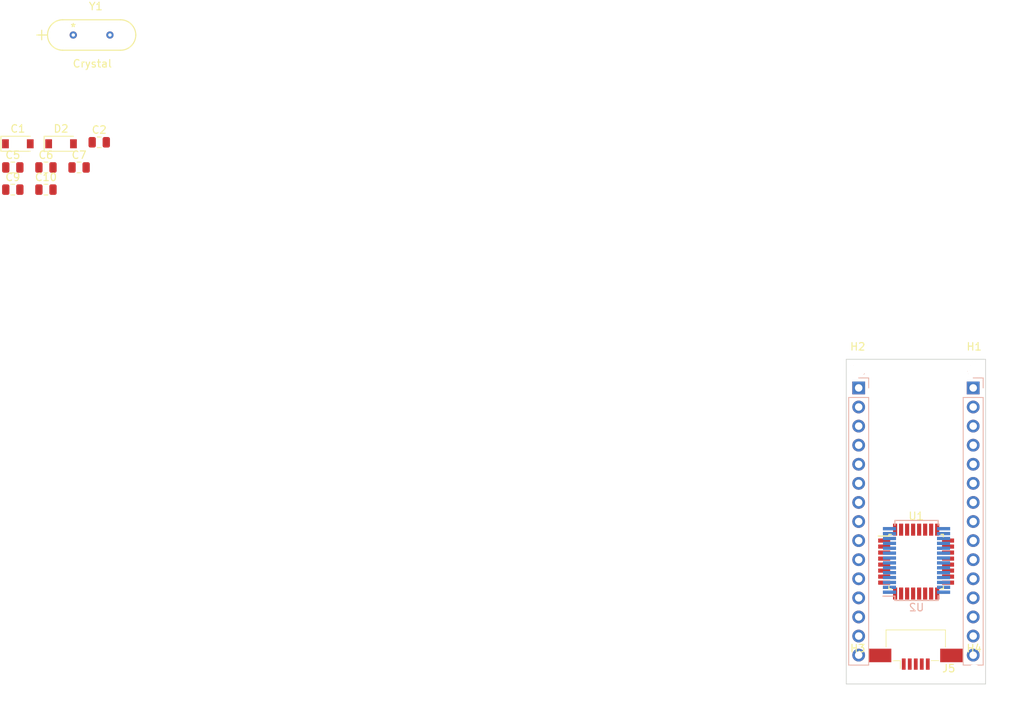
<source format=kicad_pcb>
(kicad_pcb (version 20171130) (host pcbnew "(5.1.5)-3")

  (general
    (thickness 1.6)
    (drawings 4)
    (tracks 0)
    (zones 0)
    (modules 18)
    (nets 56)
  )

  (page A4)
  (layers
    (0 F.Cu signal)
    (31 B.Cu signal)
    (32 B.Adhes user)
    (33 F.Adhes user)
    (34 B.Paste user)
    (35 F.Paste user)
    (36 B.SilkS user)
    (37 F.SilkS user)
    (38 B.Mask user)
    (39 F.Mask user)
    (40 Dwgs.User user)
    (41 Cmts.User user)
    (42 Eco1.User user)
    (43 Eco2.User user)
    (44 Edge.Cuts user)
    (45 Margin user)
    (46 B.CrtYd user)
    (47 F.CrtYd user)
    (48 B.Fab user)
    (49 F.Fab user)
  )

  (setup
    (last_trace_width 0.25)
    (trace_clearance 0.2)
    (zone_clearance 0.508)
    (zone_45_only no)
    (trace_min 0.2)
    (via_size 0.8)
    (via_drill 0.4)
    (via_min_size 0.4)
    (via_min_drill 0.3)
    (uvia_size 0.3)
    (uvia_drill 0.1)
    (uvias_allowed no)
    (uvia_min_size 0.2)
    (uvia_min_drill 0.1)
    (edge_width 0.05)
    (segment_width 0.2)
    (pcb_text_width 0.3)
    (pcb_text_size 1.5 1.5)
    (mod_edge_width 0.12)
    (mod_text_size 1 1)
    (mod_text_width 0.15)
    (pad_size 1.778 1.778)
    (pad_drill 1.778)
    (pad_to_mask_clearance 0.051)
    (solder_mask_min_width 0.25)
    (aux_axis_origin 0 0)
    (visible_elements FFFFFF7F)
    (pcbplotparams
      (layerselection 0x010fc_ffffffff)
      (usegerberextensions false)
      (usegerberattributes false)
      (usegerberadvancedattributes false)
      (creategerberjobfile false)
      (excludeedgelayer true)
      (linewidth 0.100000)
      (plotframeref false)
      (viasonmask false)
      (mode 1)
      (useauxorigin false)
      (hpglpennumber 1)
      (hpglpenspeed 20)
      (hpglpendiameter 15.000000)
      (psnegative false)
      (psa4output false)
      (plotreference true)
      (plotvalue true)
      (plotinvisibletext false)
      (padsonsilk false)
      (subtractmaskfromsilk false)
      (outputformat 1)
      (mirror false)
      (drillshape 1)
      (scaleselection 1)
      (outputdirectory ""))
  )

  (net 0 "")
  (net 1 XTAL_1)
  (net 2 GND)
  (net 3 XTAL_2)
  (net 4 +5V)
  (net 5 RESET)
  (net 6 "Net-(C6-Pad1)")
  (net 7 +3V3)
  (net 8 V_USB)
  (net 9 A_REF)
  (net 10 D12_MISO)
  (net 11 D11_MOSI)
  (net 12 D10)
  (net 13 D9)
  (net 14 D8)
  (net 15 D7)
  (net 16 D6)
  (net 17 D5)
  (net 18 D4)
  (net 19 D3)
  (net 20 D2)
  (net 21 RST)
  (net 22 D0_RX)
  (net 23 D1_TX)
  (net 24 VIN)
  (net 25 A0)
  (net 26 A1)
  (net 27 A2)
  (net 28 A3)
  (net 29 A4)
  (net 30 A5)
  (net 31 A6)
  (net 32 A7)
  (net 33 D13_SCK)
  (net 34 "Net-(J5-Pad5)")
  (net 35 "Net-(J5-Pad4)")
  (net 36 USB_DP)
  (net 37 USB_DM)
  (net 38 "Net-(J5-Pad1)")
  (net 39 "Net-(J5-Pad6)")
  (net 40 RX)
  (net 41 "Net-(U2-Pad3)")
  (net 42 TX)
  (net 43 "Net-(U2-Pad6)")
  (net 44 "Net-(U2-Pad9)")
  (net 45 "Net-(U2-Pad10)")
  (net 46 "Net-(U2-Pad11)")
  (net 47 "Net-(U2-Pad12)")
  (net 48 "Net-(U2-Pad13)")
  (net 49 "Net-(U2-Pad14)")
  (net 50 "Net-(U2-Pad19)")
  (net 51 CBUS_1)
  (net 52 CBUS_0)
  (net 53 "Net-(U2-Pad26)")
  (net 54 "Net-(U2-Pad27)")
  (net 55 "Net-(U2-Pad28)")

  (net_class Default "This is the default net class."
    (clearance 0.2)
    (trace_width 0.25)
    (via_dia 0.8)
    (via_drill 0.4)
    (uvia_dia 0.3)
    (uvia_drill 0.1)
    (add_net +3V3)
    (add_net +5V)
    (add_net A0)
    (add_net A1)
    (add_net A2)
    (add_net A3)
    (add_net A4)
    (add_net A5)
    (add_net A6)
    (add_net A7)
    (add_net A_REF)
    (add_net CBUS_0)
    (add_net CBUS_1)
    (add_net D0_RX)
    (add_net D10)
    (add_net D11_MOSI)
    (add_net D12_MISO)
    (add_net D13_SCK)
    (add_net D1_TX)
    (add_net D2)
    (add_net D3)
    (add_net D4)
    (add_net D5)
    (add_net D6)
    (add_net D7)
    (add_net D8)
    (add_net D9)
    (add_net GND)
    (add_net "Net-(C6-Pad1)")
    (add_net "Net-(J5-Pad1)")
    (add_net "Net-(J5-Pad4)")
    (add_net "Net-(J5-Pad5)")
    (add_net "Net-(J5-Pad6)")
    (add_net "Net-(U2-Pad10)")
    (add_net "Net-(U2-Pad11)")
    (add_net "Net-(U2-Pad12)")
    (add_net "Net-(U2-Pad13)")
    (add_net "Net-(U2-Pad14)")
    (add_net "Net-(U2-Pad19)")
    (add_net "Net-(U2-Pad26)")
    (add_net "Net-(U2-Pad27)")
    (add_net "Net-(U2-Pad28)")
    (add_net "Net-(U2-Pad3)")
    (add_net "Net-(U2-Pad6)")
    (add_net "Net-(U2-Pad9)")
    (add_net RESET)
    (add_net RST)
    (add_net RX)
    (add_net TX)
    (add_net USB_DM)
    (add_net USB_DP)
    (add_net VIN)
    (add_net V_USB)
    (add_net XTAL_1)
    (add_net XTAL_2)
  )

  (module Diode_SMD:D_SOD-123 (layer F.Cu) (tedit 58645DC7) (tstamp 5E92870B)
    (at 35.805001 41.145001)
    (descr SOD-123)
    (tags SOD-123)
    (path /5E8CCB14)
    (attr smd)
    (fp_text reference C1 (at 0 -2) (layer F.SilkS)
      (effects (font (size 1 1) (thickness 0.15)))
    )
    (fp_text value C (at 0 2.1) (layer F.Fab)
      (effects (font (size 1 1) (thickness 0.15)))
    )
    (fp_text user %R (at 0 -2) (layer F.Fab)
      (effects (font (size 1 1) (thickness 0.15)))
    )
    (fp_line (start -2.25 -1) (end -2.25 1) (layer F.SilkS) (width 0.12))
    (fp_line (start 0.25 0) (end 0.75 0) (layer F.Fab) (width 0.1))
    (fp_line (start 0.25 0.4) (end -0.35 0) (layer F.Fab) (width 0.1))
    (fp_line (start 0.25 -0.4) (end 0.25 0.4) (layer F.Fab) (width 0.1))
    (fp_line (start -0.35 0) (end 0.25 -0.4) (layer F.Fab) (width 0.1))
    (fp_line (start -0.35 0) (end -0.35 0.55) (layer F.Fab) (width 0.1))
    (fp_line (start -0.35 0) (end -0.35 -0.55) (layer F.Fab) (width 0.1))
    (fp_line (start -0.75 0) (end -0.35 0) (layer F.Fab) (width 0.1))
    (fp_line (start -1.4 0.9) (end -1.4 -0.9) (layer F.Fab) (width 0.1))
    (fp_line (start 1.4 0.9) (end -1.4 0.9) (layer F.Fab) (width 0.1))
    (fp_line (start 1.4 -0.9) (end 1.4 0.9) (layer F.Fab) (width 0.1))
    (fp_line (start -1.4 -0.9) (end 1.4 -0.9) (layer F.Fab) (width 0.1))
    (fp_line (start -2.35 -1.15) (end 2.35 -1.15) (layer F.CrtYd) (width 0.05))
    (fp_line (start 2.35 -1.15) (end 2.35 1.15) (layer F.CrtYd) (width 0.05))
    (fp_line (start 2.35 1.15) (end -2.35 1.15) (layer F.CrtYd) (width 0.05))
    (fp_line (start -2.35 -1.15) (end -2.35 1.15) (layer F.CrtYd) (width 0.05))
    (fp_line (start -2.25 1) (end 1.65 1) (layer F.SilkS) (width 0.12))
    (fp_line (start -2.25 -1) (end 1.65 -1) (layer F.SilkS) (width 0.12))
    (pad 1 smd rect (at -1.65 0) (size 0.9 1.2) (layers F.Cu F.Paste F.Mask)
      (net 1 XTAL_1))
    (pad 2 smd rect (at 1.65 0) (size 0.9 1.2) (layers F.Cu F.Paste F.Mask)
      (net 2 GND))
    (model ${KISYS3DMOD}/Diode_SMD.3dshapes/D_SOD-123.wrl
      (at (xyz 0 0 0))
      (scale (xyz 1 1 1))
      (rotate (xyz 0 0 0))
    )
  )

  (module Capacitor_SMD:C_0805_2012Metric (layer F.Cu) (tedit 5B36C52B) (tstamp 5E92871C)
    (at 46.635001 40.945001)
    (descr "Capacitor SMD 0805 (2012 Metric), square (rectangular) end terminal, IPC_7351 nominal, (Body size source: https://docs.google.com/spreadsheets/d/1BsfQQcO9C6DZCsRaXUlFlo91Tg2WpOkGARC1WS5S8t0/edit?usp=sharing), generated with kicad-footprint-generator")
    (tags capacitor)
    (path /5E8CD01E)
    (attr smd)
    (fp_text reference C2 (at 0 -1.65) (layer F.SilkS)
      (effects (font (size 1 1) (thickness 0.15)))
    )
    (fp_text value C (at 0 1.65) (layer F.Fab)
      (effects (font (size 1 1) (thickness 0.15)))
    )
    (fp_text user %R (at 0 0) (layer F.Fab)
      (effects (font (size 0.5 0.5) (thickness 0.08)))
    )
    (fp_line (start 1.68 0.95) (end -1.68 0.95) (layer F.CrtYd) (width 0.05))
    (fp_line (start 1.68 -0.95) (end 1.68 0.95) (layer F.CrtYd) (width 0.05))
    (fp_line (start -1.68 -0.95) (end 1.68 -0.95) (layer F.CrtYd) (width 0.05))
    (fp_line (start -1.68 0.95) (end -1.68 -0.95) (layer F.CrtYd) (width 0.05))
    (fp_line (start -0.258578 0.71) (end 0.258578 0.71) (layer F.SilkS) (width 0.12))
    (fp_line (start -0.258578 -0.71) (end 0.258578 -0.71) (layer F.SilkS) (width 0.12))
    (fp_line (start 1 0.6) (end -1 0.6) (layer F.Fab) (width 0.1))
    (fp_line (start 1 -0.6) (end 1 0.6) (layer F.Fab) (width 0.1))
    (fp_line (start -1 -0.6) (end 1 -0.6) (layer F.Fab) (width 0.1))
    (fp_line (start -1 0.6) (end -1 -0.6) (layer F.Fab) (width 0.1))
    (pad 2 smd roundrect (at 0.9375 0) (size 0.975 1.4) (layers F.Cu F.Paste F.Mask) (roundrect_rratio 0.25)
      (net 2 GND))
    (pad 1 smd roundrect (at -0.9375 0) (size 0.975 1.4) (layers F.Cu F.Paste F.Mask) (roundrect_rratio 0.25)
      (net 3 XTAL_2))
    (model ${KISYS3DMOD}/Capacitor_SMD.3dshapes/C_0805_2012Metric.wrl
      (at (xyz 0 0 0))
      (scale (xyz 1 1 1))
      (rotate (xyz 0 0 0))
    )
  )

  (module Capacitor_SMD:C_0805_2012Metric (layer F.Cu) (tedit 5B36C52B) (tstamp 5E92872D)
    (at 35.135001 44.295001)
    (descr "Capacitor SMD 0805 (2012 Metric), square (rectangular) end terminal, IPC_7351 nominal, (Body size source: https://docs.google.com/spreadsheets/d/1BsfQQcO9C6DZCsRaXUlFlo91Tg2WpOkGARC1WS5S8t0/edit?usp=sharing), generated with kicad-footprint-generator")
    (tags capacitor)
    (path /5E8F0270)
    (attr smd)
    (fp_text reference C5 (at 0 -1.65) (layer F.SilkS)
      (effects (font (size 1 1) (thickness 0.15)))
    )
    (fp_text value C (at 0 1.65) (layer F.Fab)
      (effects (font (size 1 1) (thickness 0.15)))
    )
    (fp_line (start -1 0.6) (end -1 -0.6) (layer F.Fab) (width 0.1))
    (fp_line (start -1 -0.6) (end 1 -0.6) (layer F.Fab) (width 0.1))
    (fp_line (start 1 -0.6) (end 1 0.6) (layer F.Fab) (width 0.1))
    (fp_line (start 1 0.6) (end -1 0.6) (layer F.Fab) (width 0.1))
    (fp_line (start -0.258578 -0.71) (end 0.258578 -0.71) (layer F.SilkS) (width 0.12))
    (fp_line (start -0.258578 0.71) (end 0.258578 0.71) (layer F.SilkS) (width 0.12))
    (fp_line (start -1.68 0.95) (end -1.68 -0.95) (layer F.CrtYd) (width 0.05))
    (fp_line (start -1.68 -0.95) (end 1.68 -0.95) (layer F.CrtYd) (width 0.05))
    (fp_line (start 1.68 -0.95) (end 1.68 0.95) (layer F.CrtYd) (width 0.05))
    (fp_line (start 1.68 0.95) (end -1.68 0.95) (layer F.CrtYd) (width 0.05))
    (fp_text user %R (at 0 0) (layer F.Fab)
      (effects (font (size 0.5 0.5) (thickness 0.08)))
    )
    (pad 1 smd roundrect (at -0.9375 0) (size 0.975 1.4) (layers F.Cu F.Paste F.Mask) (roundrect_rratio 0.25)
      (net 4 +5V))
    (pad 2 smd roundrect (at 0.9375 0) (size 0.975 1.4) (layers F.Cu F.Paste F.Mask) (roundrect_rratio 0.25)
      (net 2 GND))
    (model ${KISYS3DMOD}/Capacitor_SMD.3dshapes/C_0805_2012Metric.wrl
      (at (xyz 0 0 0))
      (scale (xyz 1 1 1))
      (rotate (xyz 0 0 0))
    )
  )

  (module Capacitor_SMD:C_0805_2012Metric (layer F.Cu) (tedit 5B36C52B) (tstamp 5E92873E)
    (at 39.545001 44.295001)
    (descr "Capacitor SMD 0805 (2012 Metric), square (rectangular) end terminal, IPC_7351 nominal, (Body size source: https://docs.google.com/spreadsheets/d/1BsfQQcO9C6DZCsRaXUlFlo91Tg2WpOkGARC1WS5S8t0/edit?usp=sharing), generated with kicad-footprint-generator")
    (tags capacitor)
    (path /5E942AA2)
    (attr smd)
    (fp_text reference C6 (at 0 -1.65) (layer F.SilkS)
      (effects (font (size 1 1) (thickness 0.15)))
    )
    (fp_text value C (at 0 1.65) (layer F.Fab)
      (effects (font (size 1 1) (thickness 0.15)))
    )
    (fp_text user %R (at 0 0) (layer F.Fab)
      (effects (font (size 0.5 0.5) (thickness 0.08)))
    )
    (fp_line (start 1.68 0.95) (end -1.68 0.95) (layer F.CrtYd) (width 0.05))
    (fp_line (start 1.68 -0.95) (end 1.68 0.95) (layer F.CrtYd) (width 0.05))
    (fp_line (start -1.68 -0.95) (end 1.68 -0.95) (layer F.CrtYd) (width 0.05))
    (fp_line (start -1.68 0.95) (end -1.68 -0.95) (layer F.CrtYd) (width 0.05))
    (fp_line (start -0.258578 0.71) (end 0.258578 0.71) (layer F.SilkS) (width 0.12))
    (fp_line (start -0.258578 -0.71) (end 0.258578 -0.71) (layer F.SilkS) (width 0.12))
    (fp_line (start 1 0.6) (end -1 0.6) (layer F.Fab) (width 0.1))
    (fp_line (start 1 -0.6) (end 1 0.6) (layer F.Fab) (width 0.1))
    (fp_line (start -1 -0.6) (end 1 -0.6) (layer F.Fab) (width 0.1))
    (fp_line (start -1 0.6) (end -1 -0.6) (layer F.Fab) (width 0.1))
    (pad 2 smd roundrect (at 0.9375 0) (size 0.975 1.4) (layers F.Cu F.Paste F.Mask) (roundrect_rratio 0.25)
      (net 5 RESET))
    (pad 1 smd roundrect (at -0.9375 0) (size 0.975 1.4) (layers F.Cu F.Paste F.Mask) (roundrect_rratio 0.25)
      (net 6 "Net-(C6-Pad1)"))
    (model ${KISYS3DMOD}/Capacitor_SMD.3dshapes/C_0805_2012Metric.wrl
      (at (xyz 0 0 0))
      (scale (xyz 1 1 1))
      (rotate (xyz 0 0 0))
    )
  )

  (module Capacitor_SMD:C_0805_2012Metric (layer F.Cu) (tedit 5B36C52B) (tstamp 5E92874F)
    (at 43.955001 44.295001)
    (descr "Capacitor SMD 0805 (2012 Metric), square (rectangular) end terminal, IPC_7351 nominal, (Body size source: https://docs.google.com/spreadsheets/d/1BsfQQcO9C6DZCsRaXUlFlo91Tg2WpOkGARC1WS5S8t0/edit?usp=sharing), generated with kicad-footprint-generator")
    (tags capacitor)
    (path /5E925269)
    (attr smd)
    (fp_text reference C7 (at 0 -1.65) (layer F.SilkS)
      (effects (font (size 1 1) (thickness 0.15)))
    )
    (fp_text value C (at 0 1.65) (layer F.Fab)
      (effects (font (size 1 1) (thickness 0.15)))
    )
    (fp_line (start -1 0.6) (end -1 -0.6) (layer F.Fab) (width 0.1))
    (fp_line (start -1 -0.6) (end 1 -0.6) (layer F.Fab) (width 0.1))
    (fp_line (start 1 -0.6) (end 1 0.6) (layer F.Fab) (width 0.1))
    (fp_line (start 1 0.6) (end -1 0.6) (layer F.Fab) (width 0.1))
    (fp_line (start -0.258578 -0.71) (end 0.258578 -0.71) (layer F.SilkS) (width 0.12))
    (fp_line (start -0.258578 0.71) (end 0.258578 0.71) (layer F.SilkS) (width 0.12))
    (fp_line (start -1.68 0.95) (end -1.68 -0.95) (layer F.CrtYd) (width 0.05))
    (fp_line (start -1.68 -0.95) (end 1.68 -0.95) (layer F.CrtYd) (width 0.05))
    (fp_line (start 1.68 -0.95) (end 1.68 0.95) (layer F.CrtYd) (width 0.05))
    (fp_line (start 1.68 0.95) (end -1.68 0.95) (layer F.CrtYd) (width 0.05))
    (fp_text user %R (at 0 0) (layer F.Fab)
      (effects (font (size 0.5 0.5) (thickness 0.08)))
    )
    (pad 1 smd roundrect (at -0.9375 0) (size 0.975 1.4) (layers F.Cu F.Paste F.Mask) (roundrect_rratio 0.25)
      (net 7 +3V3))
    (pad 2 smd roundrect (at 0.9375 0) (size 0.975 1.4) (layers F.Cu F.Paste F.Mask) (roundrect_rratio 0.25)
      (net 2 GND))
    (model ${KISYS3DMOD}/Capacitor_SMD.3dshapes/C_0805_2012Metric.wrl
      (at (xyz 0 0 0))
      (scale (xyz 1 1 1))
      (rotate (xyz 0 0 0))
    )
  )

  (module Capacitor_SMD:C_0805_2012Metric (layer F.Cu) (tedit 5B36C52B) (tstamp 5E928760)
    (at 35.135001 47.245001)
    (descr "Capacitor SMD 0805 (2012 Metric), square (rectangular) end terminal, IPC_7351 nominal, (Body size source: https://docs.google.com/spreadsheets/d/1BsfQQcO9C6DZCsRaXUlFlo91Tg2WpOkGARC1WS5S8t0/edit?usp=sharing), generated with kicad-footprint-generator")
    (tags capacitor)
    (path /5E91B685)
    (attr smd)
    (fp_text reference C9 (at 0 -1.65) (layer F.SilkS)
      (effects (font (size 1 1) (thickness 0.15)))
    )
    (fp_text value C (at 0 1.65) (layer F.Fab)
      (effects (font (size 1 1) (thickness 0.15)))
    )
    (fp_text user %R (at 0 0) (layer F.Fab)
      (effects (font (size 0.5 0.5) (thickness 0.08)))
    )
    (fp_line (start 1.68 0.95) (end -1.68 0.95) (layer F.CrtYd) (width 0.05))
    (fp_line (start 1.68 -0.95) (end 1.68 0.95) (layer F.CrtYd) (width 0.05))
    (fp_line (start -1.68 -0.95) (end 1.68 -0.95) (layer F.CrtYd) (width 0.05))
    (fp_line (start -1.68 0.95) (end -1.68 -0.95) (layer F.CrtYd) (width 0.05))
    (fp_line (start -0.258578 0.71) (end 0.258578 0.71) (layer F.SilkS) (width 0.12))
    (fp_line (start -0.258578 -0.71) (end 0.258578 -0.71) (layer F.SilkS) (width 0.12))
    (fp_line (start 1 0.6) (end -1 0.6) (layer F.Fab) (width 0.1))
    (fp_line (start 1 -0.6) (end 1 0.6) (layer F.Fab) (width 0.1))
    (fp_line (start -1 -0.6) (end 1 -0.6) (layer F.Fab) (width 0.1))
    (fp_line (start -1 0.6) (end -1 -0.6) (layer F.Fab) (width 0.1))
    (pad 2 smd roundrect (at 0.9375 0) (size 0.975 1.4) (layers F.Cu F.Paste F.Mask) (roundrect_rratio 0.25)
      (net 2 GND))
    (pad 1 smd roundrect (at -0.9375 0) (size 0.975 1.4) (layers F.Cu F.Paste F.Mask) (roundrect_rratio 0.25)
      (net 8 V_USB))
    (model ${KISYS3DMOD}/Capacitor_SMD.3dshapes/C_0805_2012Metric.wrl
      (at (xyz 0 0 0))
      (scale (xyz 1 1 1))
      (rotate (xyz 0 0 0))
    )
  )

  (module Capacitor_SMD:C_0805_2012Metric (layer F.Cu) (tedit 5B36C52B) (tstamp 5E928771)
    (at 39.545001 47.245001)
    (descr "Capacitor SMD 0805 (2012 Metric), square (rectangular) end terminal, IPC_7351 nominal, (Body size source: https://docs.google.com/spreadsheets/d/1BsfQQcO9C6DZCsRaXUlFlo91Tg2WpOkGARC1WS5S8t0/edit?usp=sharing), generated with kicad-footprint-generator")
    (tags capacitor)
    (path /5E8E1B55)
    (attr smd)
    (fp_text reference C10 (at 0 -1.65) (layer F.SilkS)
      (effects (font (size 1 1) (thickness 0.15)))
    )
    (fp_text value C (at 0 1.65) (layer F.Fab)
      (effects (font (size 1 1) (thickness 0.15)))
    )
    (fp_line (start -1 0.6) (end -1 -0.6) (layer F.Fab) (width 0.1))
    (fp_line (start -1 -0.6) (end 1 -0.6) (layer F.Fab) (width 0.1))
    (fp_line (start 1 -0.6) (end 1 0.6) (layer F.Fab) (width 0.1))
    (fp_line (start 1 0.6) (end -1 0.6) (layer F.Fab) (width 0.1))
    (fp_line (start -0.258578 -0.71) (end 0.258578 -0.71) (layer F.SilkS) (width 0.12))
    (fp_line (start -0.258578 0.71) (end 0.258578 0.71) (layer F.SilkS) (width 0.12))
    (fp_line (start -1.68 0.95) (end -1.68 -0.95) (layer F.CrtYd) (width 0.05))
    (fp_line (start -1.68 -0.95) (end 1.68 -0.95) (layer F.CrtYd) (width 0.05))
    (fp_line (start 1.68 -0.95) (end 1.68 0.95) (layer F.CrtYd) (width 0.05))
    (fp_line (start 1.68 0.95) (end -1.68 0.95) (layer F.CrtYd) (width 0.05))
    (fp_text user %R (at 0 0) (layer F.Fab)
      (effects (font (size 0.5 0.5) (thickness 0.08)))
    )
    (pad 1 smd roundrect (at -0.9375 0) (size 0.975 1.4) (layers F.Cu F.Paste F.Mask) (roundrect_rratio 0.25)
      (net 9 A_REF))
    (pad 2 smd roundrect (at 0.9375 0) (size 0.975 1.4) (layers F.Cu F.Paste F.Mask) (roundrect_rratio 0.25)
      (net 2 GND))
    (model ${KISYS3DMOD}/Capacitor_SMD.3dshapes/C_0805_2012Metric.wrl
      (at (xyz 0 0 0))
      (scale (xyz 1 1 1))
      (rotate (xyz 0 0 0))
    )
  )

  (module Diode_SMD:D_SOD-123 (layer F.Cu) (tedit 58645DC7) (tstamp 5E92878A)
    (at 41.555001 41.145001)
    (descr SOD-123)
    (tags SOD-123)
    (path /5E9014BA)
    (attr smd)
    (fp_text reference D2 (at 0 -2) (layer F.SilkS)
      (effects (font (size 1 1) (thickness 0.15)))
    )
    (fp_text value MBR0520 (at 0 2.1) (layer F.Fab)
      (effects (font (size 1 1) (thickness 0.15)))
    )
    (fp_line (start -2.25 -1) (end 1.65 -1) (layer F.SilkS) (width 0.12))
    (fp_line (start -2.25 1) (end 1.65 1) (layer F.SilkS) (width 0.12))
    (fp_line (start -2.35 -1.15) (end -2.35 1.15) (layer F.CrtYd) (width 0.05))
    (fp_line (start 2.35 1.15) (end -2.35 1.15) (layer F.CrtYd) (width 0.05))
    (fp_line (start 2.35 -1.15) (end 2.35 1.15) (layer F.CrtYd) (width 0.05))
    (fp_line (start -2.35 -1.15) (end 2.35 -1.15) (layer F.CrtYd) (width 0.05))
    (fp_line (start -1.4 -0.9) (end 1.4 -0.9) (layer F.Fab) (width 0.1))
    (fp_line (start 1.4 -0.9) (end 1.4 0.9) (layer F.Fab) (width 0.1))
    (fp_line (start 1.4 0.9) (end -1.4 0.9) (layer F.Fab) (width 0.1))
    (fp_line (start -1.4 0.9) (end -1.4 -0.9) (layer F.Fab) (width 0.1))
    (fp_line (start -0.75 0) (end -0.35 0) (layer F.Fab) (width 0.1))
    (fp_line (start -0.35 0) (end -0.35 -0.55) (layer F.Fab) (width 0.1))
    (fp_line (start -0.35 0) (end -0.35 0.55) (layer F.Fab) (width 0.1))
    (fp_line (start -0.35 0) (end 0.25 -0.4) (layer F.Fab) (width 0.1))
    (fp_line (start 0.25 -0.4) (end 0.25 0.4) (layer F.Fab) (width 0.1))
    (fp_line (start 0.25 0.4) (end -0.35 0) (layer F.Fab) (width 0.1))
    (fp_line (start 0.25 0) (end 0.75 0) (layer F.Fab) (width 0.1))
    (fp_line (start -2.25 -1) (end -2.25 1) (layer F.SilkS) (width 0.12))
    (fp_text user %R (at 0 -2) (layer F.Fab)
      (effects (font (size 1 1) (thickness 0.15)))
    )
    (pad 2 smd rect (at 1.65 0) (size 0.9 1.2) (layers F.Cu F.Paste F.Mask)
      (net 8 V_USB))
    (pad 1 smd rect (at -1.65 0) (size 0.9 1.2) (layers F.Cu F.Paste F.Mask)
      (net 4 +5V))
    (model ${KISYS3DMOD}/Diode_SMD.3dshapes/D_SOD-123.wrl
      (at (xyz 0 0 0))
      (scale (xyz 1 1 1))
      (rotate (xyz 0 0 0))
    )
  )

  (module Connector_PinHeader_2.54mm:PinHeader_1x15_P2.54mm_Vertical (layer B.Cu) (tedit 59FED5CC) (tstamp 5E9287AD)
    (at 147.701 73.6346 180)
    (descr "Through hole straight pin header, 1x15, 2.54mm pitch, single row")
    (tags "Through hole pin header THT 1x15 2.54mm single row")
    (path /5E8CE4F3)
    (fp_text reference J3 (at 0 2.33) (layer B.SilkS)
      (effects (font (size 1 1) (thickness 0.15)) (justify mirror))
    )
    (fp_text value Conn_01x15_Male (at 0 -37.89) (layer B.Fab)
      (effects (font (size 1 1) (thickness 0.15)) (justify mirror))
    )
    (fp_text user %R (at 0 -17.78 270) (layer B.Fab)
      (effects (font (size 1 1) (thickness 0.15)) (justify mirror))
    )
    (fp_line (start 1.8 1.8) (end -1.8 1.8) (layer B.CrtYd) (width 0.05))
    (fp_line (start 1.8 -37.35) (end 1.8 1.8) (layer B.CrtYd) (width 0.05))
    (fp_line (start -1.8 -37.35) (end 1.8 -37.35) (layer B.CrtYd) (width 0.05))
    (fp_line (start -1.8 1.8) (end -1.8 -37.35) (layer B.CrtYd) (width 0.05))
    (fp_line (start -1.33 1.33) (end 0 1.33) (layer B.SilkS) (width 0.12))
    (fp_line (start -1.33 0) (end -1.33 1.33) (layer B.SilkS) (width 0.12))
    (fp_line (start -1.33 -1.27) (end 1.33 -1.27) (layer B.SilkS) (width 0.12))
    (fp_line (start 1.33 -1.27) (end 1.33 -36.89) (layer B.SilkS) (width 0.12))
    (fp_line (start -1.33 -1.27) (end -1.33 -36.89) (layer B.SilkS) (width 0.12))
    (fp_line (start -1.33 -36.89) (end 1.33 -36.89) (layer B.SilkS) (width 0.12))
    (fp_line (start -1.27 0.635) (end -0.635 1.27) (layer B.Fab) (width 0.1))
    (fp_line (start -1.27 -36.83) (end -1.27 0.635) (layer B.Fab) (width 0.1))
    (fp_line (start 1.27 -36.83) (end -1.27 -36.83) (layer B.Fab) (width 0.1))
    (fp_line (start 1.27 1.27) (end 1.27 -36.83) (layer B.Fab) (width 0.1))
    (fp_line (start -0.635 1.27) (end 1.27 1.27) (layer B.Fab) (width 0.1))
    (pad 15 thru_hole oval (at 0 -35.56 180) (size 1.7 1.7) (drill 1) (layers *.Cu *.Mask)
      (net 10 D12_MISO))
    (pad 14 thru_hole oval (at 0 -33.02 180) (size 1.7 1.7) (drill 1) (layers *.Cu *.Mask)
      (net 11 D11_MOSI))
    (pad 13 thru_hole oval (at 0 -30.48 180) (size 1.7 1.7) (drill 1) (layers *.Cu *.Mask)
      (net 12 D10))
    (pad 12 thru_hole oval (at 0 -27.94 180) (size 1.7 1.7) (drill 1) (layers *.Cu *.Mask)
      (net 13 D9))
    (pad 11 thru_hole oval (at 0 -25.4 180) (size 1.7 1.7) (drill 1) (layers *.Cu *.Mask)
      (net 14 D8))
    (pad 10 thru_hole oval (at 0 -22.86 180) (size 1.7 1.7) (drill 1) (layers *.Cu *.Mask)
      (net 15 D7))
    (pad 9 thru_hole oval (at 0 -20.32 180) (size 1.7 1.7) (drill 1) (layers *.Cu *.Mask)
      (net 16 D6))
    (pad 8 thru_hole oval (at 0 -17.78 180) (size 1.7 1.7) (drill 1) (layers *.Cu *.Mask)
      (net 17 D5))
    (pad 7 thru_hole oval (at 0 -15.24 180) (size 1.7 1.7) (drill 1) (layers *.Cu *.Mask)
      (net 18 D4))
    (pad 6 thru_hole oval (at 0 -12.7 180) (size 1.7 1.7) (drill 1) (layers *.Cu *.Mask)
      (net 19 D3))
    (pad 5 thru_hole oval (at 0 -10.16 180) (size 1.7 1.7) (drill 1) (layers *.Cu *.Mask)
      (net 20 D2))
    (pad 4 thru_hole oval (at 0 -7.62 180) (size 1.7 1.7) (drill 1) (layers *.Cu *.Mask)
      (net 2 GND))
    (pad 3 thru_hole oval (at 0 -5.08 180) (size 1.7 1.7) (drill 1) (layers *.Cu *.Mask)
      (net 21 RST))
    (pad 2 thru_hole oval (at 0 -2.54 180) (size 1.7 1.7) (drill 1) (layers *.Cu *.Mask)
      (net 22 D0_RX))
    (pad 1 thru_hole rect (at 0 0 180) (size 1.7 1.7) (drill 1) (layers *.Cu *.Mask)
      (net 23 D1_TX))
    (model ${KISYS3DMOD}/Connector_PinHeader_2.54mm.3dshapes/PinHeader_1x15_P2.54mm_Vertical.wrl
      (at (xyz 0 0 0))
      (scale (xyz 1 1 1))
      (rotate (xyz 0 0 0))
    )
  )

  (module Connector_PinHeader_2.54mm:PinHeader_1x15_P2.54mm_Vertical (layer B.Cu) (tedit 59FED5CC) (tstamp 5E9287D0)
    (at 162.941 73.6346 180)
    (descr "Through hole straight pin header, 1x15, 2.54mm pitch, single row")
    (tags "Through hole pin header THT 1x15 2.54mm single row")
    (path /5E8D0786)
    (fp_text reference J4 (at 0 2.33) (layer B.SilkS)
      (effects (font (size 1 1) (thickness 0.15)) (justify mirror))
    )
    (fp_text value Conn_01x15_Male (at 0 -37.89) (layer B.Fab)
      (effects (font (size 1 1) (thickness 0.15)) (justify mirror))
    )
    (fp_line (start -0.635 1.27) (end 1.27 1.27) (layer B.Fab) (width 0.1))
    (fp_line (start 1.27 1.27) (end 1.27 -36.83) (layer B.Fab) (width 0.1))
    (fp_line (start 1.27 -36.83) (end -1.27 -36.83) (layer B.Fab) (width 0.1))
    (fp_line (start -1.27 -36.83) (end -1.27 0.635) (layer B.Fab) (width 0.1))
    (fp_line (start -1.27 0.635) (end -0.635 1.27) (layer B.Fab) (width 0.1))
    (fp_line (start -1.33 -36.89) (end 1.33 -36.89) (layer B.SilkS) (width 0.12))
    (fp_line (start -1.33 -1.27) (end -1.33 -36.89) (layer B.SilkS) (width 0.12))
    (fp_line (start 1.33 -1.27) (end 1.33 -36.89) (layer B.SilkS) (width 0.12))
    (fp_line (start -1.33 -1.27) (end 1.33 -1.27) (layer B.SilkS) (width 0.12))
    (fp_line (start -1.33 0) (end -1.33 1.33) (layer B.SilkS) (width 0.12))
    (fp_line (start -1.33 1.33) (end 0 1.33) (layer B.SilkS) (width 0.12))
    (fp_line (start -1.8 1.8) (end -1.8 -37.35) (layer B.CrtYd) (width 0.05))
    (fp_line (start -1.8 -37.35) (end 1.8 -37.35) (layer B.CrtYd) (width 0.05))
    (fp_line (start 1.8 -37.35) (end 1.8 1.8) (layer B.CrtYd) (width 0.05))
    (fp_line (start 1.8 1.8) (end -1.8 1.8) (layer B.CrtYd) (width 0.05))
    (fp_text user %R (at 0 -17.78 270) (layer B.Fab)
      (effects (font (size 1 1) (thickness 0.15)) (justify mirror))
    )
    (pad 1 thru_hole rect (at 0 0 180) (size 1.7 1.7) (drill 1) (layers *.Cu *.Mask)
      (net 24 VIN))
    (pad 2 thru_hole oval (at 0 -2.54 180) (size 1.7 1.7) (drill 1) (layers *.Cu *.Mask)
      (net 2 GND))
    (pad 3 thru_hole oval (at 0 -5.08 180) (size 1.7 1.7) (drill 1) (layers *.Cu *.Mask)
      (net 21 RST))
    (pad 4 thru_hole oval (at 0 -7.62 180) (size 1.7 1.7) (drill 1) (layers *.Cu *.Mask)
      (net 4 +5V))
    (pad 5 thru_hole oval (at 0 -10.16 180) (size 1.7 1.7) (drill 1) (layers *.Cu *.Mask)
      (net 25 A0))
    (pad 6 thru_hole oval (at 0 -12.7 180) (size 1.7 1.7) (drill 1) (layers *.Cu *.Mask)
      (net 26 A1))
    (pad 7 thru_hole oval (at 0 -15.24 180) (size 1.7 1.7) (drill 1) (layers *.Cu *.Mask)
      (net 27 A2))
    (pad 8 thru_hole oval (at 0 -17.78 180) (size 1.7 1.7) (drill 1) (layers *.Cu *.Mask)
      (net 28 A3))
    (pad 9 thru_hole oval (at 0 -20.32 180) (size 1.7 1.7) (drill 1) (layers *.Cu *.Mask)
      (net 29 A4))
    (pad 10 thru_hole oval (at 0 -22.86 180) (size 1.7 1.7) (drill 1) (layers *.Cu *.Mask)
      (net 30 A5))
    (pad 11 thru_hole oval (at 0 -25.4 180) (size 1.7 1.7) (drill 1) (layers *.Cu *.Mask)
      (net 31 A6))
    (pad 12 thru_hole oval (at 0 -27.94 180) (size 1.7 1.7) (drill 1) (layers *.Cu *.Mask)
      (net 32 A7))
    (pad 13 thru_hole oval (at 0 -30.48 180) (size 1.7 1.7) (drill 1) (layers *.Cu *.Mask)
      (net 9 A_REF))
    (pad 14 thru_hole oval (at 0 -33.02 180) (size 1.7 1.7) (drill 1) (layers *.Cu *.Mask)
      (net 7 +3V3))
    (pad 15 thru_hole oval (at 0 -35.56 180) (size 1.7 1.7) (drill 1) (layers *.Cu *.Mask)
      (net 33 D13_SCK))
    (model ${KISYS3DMOD}/Connector_PinHeader_2.54mm.3dshapes/PinHeader_1x15_P2.54mm_Vertical.wrl
      (at (xyz 0 0 0))
      (scale (xyz 1 1 1))
      (rotate (xyz 0 0 0))
    )
  )

  (module Connector_USB:USB_Mini-B_AdamTech_MUSB-B5-S-VT-TSMT-1_SMD_Vertical (layer F.Cu) (tedit 5B6C3FF0) (tstamp 5E9287F2)
    (at 155.2956 108.7882 90)
    (descr http://www.adam-tech.com/upload/MUSB-B5-S-VT-TSMT-1.pdf)
    (tags "USB Mini-B")
    (path /5E913E24)
    (attr smd)
    (fp_text reference J5 (at -2.18 4.39) (layer F.SilkS)
      (effects (font (size 1 1) (thickness 0.15)))
    )
    (fp_text value USB_B_Mini (at 0 7.58 90) (layer F.Fab)
      (effects (font (size 1 1) (thickness 0.15)))
    )
    (fp_line (start -2.85 -6.75) (end 3.35 -6.75) (layer F.CrtYd) (width 0.05))
    (fp_line (start 3.35 -6.75) (end 3.35 6.75) (layer F.CrtYd) (width 0.05))
    (fp_line (start 3.35 6.75) (end -2.85 6.75) (layer F.CrtYd) (width 0.05))
    (fp_line (start -2.85 6.75) (end -2.85 -6.75) (layer F.CrtYd) (width 0.05))
    (fp_text user %R (at 0.49 0.015) (layer F.Fab)
      (effects (font (size 1 1) (thickness 0.15)))
    )
    (fp_line (start 2.85 3.85) (end 2.85 -3.85) (layer F.Fab) (width 0.1))
    (fp_line (start 2.85 -3.85) (end -1.05 -3.85) (layer F.Fab) (width 0.1))
    (fp_line (start -1.05 3.85) (end 2.85 3.85) (layer F.Fab) (width 0.1))
    (fp_line (start -1.05 -5.85) (end -1.05 5.85) (layer F.Fab) (width 0.1))
    (fp_line (start -1.05 5.85) (end 0.2 5.85) (layer F.Fab) (width 0.1))
    (fp_line (start 0.2 5.85) (end 0.2 3.85) (layer F.Fab) (width 0.1))
    (fp_line (start -1.05 -5.85) (end 0.2 -5.85) (layer F.Fab) (width 0.1))
    (fp_line (start 0.2 -5.85) (end 0.2 -3.85) (layer F.Fab) (width 0.1))
    (fp_line (start -1.15 -2.05) (end -1.15 -3.05) (layer F.SilkS) (width 0.1))
    (fp_line (start -2.2 -2.05) (end -1.15 -2.05) (layer F.SilkS) (width 0.1))
    (fp_line (start -1.138539 2.064476) (end -1.138539 3.064476) (layer F.SilkS) (width 0.1))
    (fp_line (start 0.65 3.95) (end 2.95 3.95) (layer F.SilkS) (width 0.1))
    (fp_line (start 2.95 3.95) (end 2.95 -3.95) (layer F.SilkS) (width 0.1))
    (fp_line (start 2.95 -3.95) (end 0.65 -3.95) (layer F.SilkS) (width 0.1))
    (fp_line (start -1.05 -1.85) (end -0.65 -1.6) (layer F.Fab) (width 0.1))
    (fp_line (start -0.65 -1.6) (end -1.05 -1.35) (layer F.Fab) (width 0.1))
    (pad "" np_thru_hole circle (at 1.85 3 180) (size 1 1) (drill 1) (layers *.Cu *.Mask))
    (pad "" np_thru_hole circle (at 1.85 -3 180) (size 1 1) (drill 1) (layers *.Cu *.Mask))
    (pad 5 smd rect (at -1.6 1.6 180) (size 0.5 1.5) (layers F.Cu F.Paste F.Mask)
      (net 34 "Net-(J5-Pad5)"))
    (pad 4 smd rect (at -1.6 0.8 180) (size 0.5 1.5) (layers F.Cu F.Paste F.Mask)
      (net 35 "Net-(J5-Pad4)"))
    (pad 3 smd rect (at -1.6 0 180) (size 0.5 1.5) (layers F.Cu F.Paste F.Mask)
      (net 36 USB_DP))
    (pad 2 smd rect (at -1.6 -0.8 180) (size 0.5 1.5) (layers F.Cu F.Paste F.Mask)
      (net 37 USB_DM))
    (pad 1 smd rect (at -1.6 -1.6 180) (size 0.5 1.5) (layers F.Cu F.Paste F.Mask)
      (net 38 "Net-(J5-Pad1)"))
    (pad 6 smd rect (at -0.45 4.75 180) (size 3 1.8) (layers F.Cu F.Paste F.Mask)
      (net 39 "Net-(J5-Pad6)"))
    (pad 6 smd rect (at -0.45 -4.75 180) (size 3 1.8) (layers F.Cu F.Paste F.Mask)
      (net 39 "Net-(J5-Pad6)"))
    (model ${KISYS3DMOD}/Connector_USB.3dshapes/USB_Mini-B_AdamTech_MUSB-B5-S-VT-TSMT-1_SMD_Vertical.wrl
      (at (xyz 0 0 0))
      (scale (xyz 1 1 1))
      (rotate (xyz 0 0 0))
    )
  )

  (module Package_QFP:TQFP-32_7x7mm_P0.8mm (layer F.Cu) (tedit 5A02F146) (tstamp 5E928829)
    (at 155.3464 96.7486)
    (descr "32-Lead Plastic Thin Quad Flatpack (PT) - 7x7x1.0 mm Body, 2.00 mm [TQFP] (see Microchip Packaging Specification 00000049BS.pdf)")
    (tags "QFP 0.8")
    (path /5E8C9E3C)
    (attr smd)
    (fp_text reference U1 (at 0 -6.05) (layer F.SilkS)
      (effects (font (size 1 1) (thickness 0.15)))
    )
    (fp_text value ATmega168-20AU (at 0 6.05) (layer F.Fab)
      (effects (font (size 1 1) (thickness 0.15)))
    )
    (fp_text user %R (at 0 0) (layer F.Fab)
      (effects (font (size 1 1) (thickness 0.15)))
    )
    (fp_line (start -2.5 -3.5) (end 3.5 -3.5) (layer F.Fab) (width 0.15))
    (fp_line (start 3.5 -3.5) (end 3.5 3.5) (layer F.Fab) (width 0.15))
    (fp_line (start 3.5 3.5) (end -3.5 3.5) (layer F.Fab) (width 0.15))
    (fp_line (start -3.5 3.5) (end -3.5 -2.5) (layer F.Fab) (width 0.15))
    (fp_line (start -3.5 -2.5) (end -2.5 -3.5) (layer F.Fab) (width 0.15))
    (fp_line (start -5.3 -5.3) (end -5.3 5.3) (layer F.CrtYd) (width 0.05))
    (fp_line (start 5.3 -5.3) (end 5.3 5.3) (layer F.CrtYd) (width 0.05))
    (fp_line (start -5.3 -5.3) (end 5.3 -5.3) (layer F.CrtYd) (width 0.05))
    (fp_line (start -5.3 5.3) (end 5.3 5.3) (layer F.CrtYd) (width 0.05))
    (fp_line (start -3.625 -3.625) (end -3.625 -3.4) (layer F.SilkS) (width 0.15))
    (fp_line (start 3.625 -3.625) (end 3.625 -3.3) (layer F.SilkS) (width 0.15))
    (fp_line (start 3.625 3.625) (end 3.625 3.3) (layer F.SilkS) (width 0.15))
    (fp_line (start -3.625 3.625) (end -3.625 3.3) (layer F.SilkS) (width 0.15))
    (fp_line (start -3.625 -3.625) (end -3.3 -3.625) (layer F.SilkS) (width 0.15))
    (fp_line (start -3.625 3.625) (end -3.3 3.625) (layer F.SilkS) (width 0.15))
    (fp_line (start 3.625 3.625) (end 3.3 3.625) (layer F.SilkS) (width 0.15))
    (fp_line (start 3.625 -3.625) (end 3.3 -3.625) (layer F.SilkS) (width 0.15))
    (fp_line (start -3.625 -3.4) (end -5.05 -3.4) (layer F.SilkS) (width 0.15))
    (pad 1 smd rect (at -4.25 -2.8) (size 1.6 0.55) (layers F.Cu F.Paste F.Mask)
      (net 19 D3))
    (pad 2 smd rect (at -4.25 -2) (size 1.6 0.55) (layers F.Cu F.Paste F.Mask)
      (net 18 D4))
    (pad 3 smd rect (at -4.25 -1.2) (size 1.6 0.55) (layers F.Cu F.Paste F.Mask)
      (net 2 GND))
    (pad 4 smd rect (at -4.25 -0.4) (size 1.6 0.55) (layers F.Cu F.Paste F.Mask)
      (net 4 +5V))
    (pad 5 smd rect (at -4.25 0.4) (size 1.6 0.55) (layers F.Cu F.Paste F.Mask)
      (net 2 GND))
    (pad 6 smd rect (at -4.25 1.2) (size 1.6 0.55) (layers F.Cu F.Paste F.Mask)
      (net 4 +5V))
    (pad 7 smd rect (at -4.25 2) (size 1.6 0.55) (layers F.Cu F.Paste F.Mask)
      (net 1 XTAL_1))
    (pad 8 smd rect (at -4.25 2.8) (size 1.6 0.55) (layers F.Cu F.Paste F.Mask)
      (net 3 XTAL_2))
    (pad 9 smd rect (at -2.8 4.25 90) (size 1.6 0.55) (layers F.Cu F.Paste F.Mask)
      (net 17 D5))
    (pad 10 smd rect (at -2 4.25 90) (size 1.6 0.55) (layers F.Cu F.Paste F.Mask)
      (net 16 D6))
    (pad 11 smd rect (at -1.2 4.25 90) (size 1.6 0.55) (layers F.Cu F.Paste F.Mask)
      (net 15 D7))
    (pad 12 smd rect (at -0.4 4.25 90) (size 1.6 0.55) (layers F.Cu F.Paste F.Mask)
      (net 14 D8))
    (pad 13 smd rect (at 0.4 4.25 90) (size 1.6 0.55) (layers F.Cu F.Paste F.Mask)
      (net 13 D9))
    (pad 14 smd rect (at 1.2 4.25 90) (size 1.6 0.55) (layers F.Cu F.Paste F.Mask)
      (net 12 D10))
    (pad 15 smd rect (at 2 4.25 90) (size 1.6 0.55) (layers F.Cu F.Paste F.Mask)
      (net 11 D11_MOSI))
    (pad 16 smd rect (at 2.8 4.25 90) (size 1.6 0.55) (layers F.Cu F.Paste F.Mask)
      (net 10 D12_MISO))
    (pad 17 smd rect (at 4.25 2.8) (size 1.6 0.55) (layers F.Cu F.Paste F.Mask)
      (net 33 D13_SCK))
    (pad 18 smd rect (at 4.25 2) (size 1.6 0.55) (layers F.Cu F.Paste F.Mask)
      (net 4 +5V))
    (pad 19 smd rect (at 4.25 1.2) (size 1.6 0.55) (layers F.Cu F.Paste F.Mask)
      (net 31 A6))
    (pad 20 smd rect (at 4.25 0.4) (size 1.6 0.55) (layers F.Cu F.Paste F.Mask)
      (net 9 A_REF))
    (pad 21 smd rect (at 4.25 -0.4) (size 1.6 0.55) (layers F.Cu F.Paste F.Mask)
      (net 2 GND))
    (pad 22 smd rect (at 4.25 -1.2) (size 1.6 0.55) (layers F.Cu F.Paste F.Mask)
      (net 32 A7))
    (pad 23 smd rect (at 4.25 -2) (size 1.6 0.55) (layers F.Cu F.Paste F.Mask)
      (net 25 A0))
    (pad 24 smd rect (at 4.25 -2.8) (size 1.6 0.55) (layers F.Cu F.Paste F.Mask)
      (net 26 A1))
    (pad 25 smd rect (at 2.8 -4.25 90) (size 1.6 0.55) (layers F.Cu F.Paste F.Mask)
      (net 27 A2))
    (pad 26 smd rect (at 2 -4.25 90) (size 1.6 0.55) (layers F.Cu F.Paste F.Mask)
      (net 28 A3))
    (pad 27 smd rect (at 1.2 -4.25 90) (size 1.6 0.55) (layers F.Cu F.Paste F.Mask)
      (net 29 A4))
    (pad 28 smd rect (at 0.4 -4.25 90) (size 1.6 0.55) (layers F.Cu F.Paste F.Mask)
      (net 30 A5))
    (pad 29 smd rect (at -0.4 -4.25 90) (size 1.6 0.55) (layers F.Cu F.Paste F.Mask)
      (net 21 RST))
    (pad 30 smd rect (at -1.2 -4.25 90) (size 1.6 0.55) (layers F.Cu F.Paste F.Mask)
      (net 22 D0_RX))
    (pad 31 smd rect (at -2 -4.25 90) (size 1.6 0.55) (layers F.Cu F.Paste F.Mask)
      (net 23 D1_TX))
    (pad 32 smd rect (at -2.8 -4.25 90) (size 1.6 0.55) (layers F.Cu F.Paste F.Mask)
      (net 20 D2))
    (model ${KISYS3DMOD}/Package_QFP.3dshapes/TQFP-32_7x7mm_P0.8mm.wrl
      (at (xyz 0 0 0))
      (scale (xyz 1 1 1))
      (rotate (xyz 0 0 0))
    )
  )

  (module Package_SO:SSOP-28_5.3x10.2mm_P0.65mm (layer B.Cu) (tedit 5A02F25C) (tstamp 5E92885A)
    (at 155.3972 96.5962)
    (descr "28-Lead Plastic Shrink Small Outline (SS)-5.30 mm Body [SSOP] (see Microchip Packaging Specification 00000049BS.pdf)")
    (tags "SSOP 0.65")
    (path /5E91161B)
    (attr smd)
    (fp_text reference U2 (at 0 6.25) (layer B.SilkS)
      (effects (font (size 1 1) (thickness 0.15)) (justify mirror))
    )
    (fp_text value FT232RL (at 0 -6.25) (layer B.Fab)
      (effects (font (size 1 1) (thickness 0.15)) (justify mirror))
    )
    (fp_line (start -1.65 5.1) (end 2.65 5.1) (layer B.Fab) (width 0.15))
    (fp_line (start 2.65 5.1) (end 2.65 -5.1) (layer B.Fab) (width 0.15))
    (fp_line (start 2.65 -5.1) (end -2.65 -5.1) (layer B.Fab) (width 0.15))
    (fp_line (start -2.65 -5.1) (end -2.65 4.1) (layer B.Fab) (width 0.15))
    (fp_line (start -2.65 4.1) (end -1.65 5.1) (layer B.Fab) (width 0.15))
    (fp_line (start -4.75 5.5) (end -4.75 -5.5) (layer B.CrtYd) (width 0.05))
    (fp_line (start 4.75 5.5) (end 4.75 -5.5) (layer B.CrtYd) (width 0.05))
    (fp_line (start -4.75 5.5) (end 4.75 5.5) (layer B.CrtYd) (width 0.05))
    (fp_line (start -4.75 -5.5) (end 4.75 -5.5) (layer B.CrtYd) (width 0.05))
    (fp_line (start -2.875 5.325) (end -2.875 4.75) (layer B.SilkS) (width 0.15))
    (fp_line (start 2.875 5.325) (end 2.875 4.675) (layer B.SilkS) (width 0.15))
    (fp_line (start 2.875 -5.325) (end 2.875 -4.675) (layer B.SilkS) (width 0.15))
    (fp_line (start -2.875 -5.325) (end -2.875 -4.675) (layer B.SilkS) (width 0.15))
    (fp_line (start -2.875 5.325) (end 2.875 5.325) (layer B.SilkS) (width 0.15))
    (fp_line (start -2.875 -5.325) (end 2.875 -5.325) (layer B.SilkS) (width 0.15))
    (fp_line (start -2.875 4.75) (end -4.475 4.75) (layer B.SilkS) (width 0.15))
    (fp_text user %R (at 0 0) (layer B.Fab)
      (effects (font (size 0.8 0.8) (thickness 0.15)) (justify mirror))
    )
    (pad 1 smd rect (at -3.6 4.225) (size 1.75 0.45) (layers B.Cu B.Paste B.Mask)
      (net 40 RX))
    (pad 2 smd rect (at -3.6 3.575) (size 1.75 0.45) (layers B.Cu B.Paste B.Mask)
      (net 6 "Net-(C6-Pad1)"))
    (pad 3 smd rect (at -3.6 2.925) (size 1.75 0.45) (layers B.Cu B.Paste B.Mask)
      (net 41 "Net-(U2-Pad3)"))
    (pad 4 smd rect (at -3.6 2.275) (size 1.75 0.45) (layers B.Cu B.Paste B.Mask)
      (net 4 +5V))
    (pad 5 smd rect (at -3.6 1.625) (size 1.75 0.45) (layers B.Cu B.Paste B.Mask)
      (net 42 TX))
    (pad 6 smd rect (at -3.6 0.975) (size 1.75 0.45) (layers B.Cu B.Paste B.Mask)
      (net 43 "Net-(U2-Pad6)"))
    (pad 7 smd rect (at -3.6 0.325) (size 1.75 0.45) (layers B.Cu B.Paste B.Mask)
      (net 2 GND))
    (pad 8 smd rect (at -3.6 -0.325) (size 1.75 0.45) (layers B.Cu B.Paste B.Mask))
    (pad 9 smd rect (at -3.6 -0.975) (size 1.75 0.45) (layers B.Cu B.Paste B.Mask)
      (net 44 "Net-(U2-Pad9)"))
    (pad 10 smd rect (at -3.6 -1.625) (size 1.75 0.45) (layers B.Cu B.Paste B.Mask)
      (net 45 "Net-(U2-Pad10)"))
    (pad 11 smd rect (at -3.6 -2.275) (size 1.75 0.45) (layers B.Cu B.Paste B.Mask)
      (net 46 "Net-(U2-Pad11)"))
    (pad 12 smd rect (at -3.6 -2.925) (size 1.75 0.45) (layers B.Cu B.Paste B.Mask)
      (net 47 "Net-(U2-Pad12)"))
    (pad 13 smd rect (at -3.6 -3.575) (size 1.75 0.45) (layers B.Cu B.Paste B.Mask)
      (net 48 "Net-(U2-Pad13)"))
    (pad 14 smd rect (at -3.6 -4.225) (size 1.75 0.45) (layers B.Cu B.Paste B.Mask)
      (net 49 "Net-(U2-Pad14)"))
    (pad 15 smd rect (at 3.6 -4.225) (size 1.75 0.45) (layers B.Cu B.Paste B.Mask)
      (net 36 USB_DP))
    (pad 16 smd rect (at 3.6 -3.575) (size 1.75 0.45) (layers B.Cu B.Paste B.Mask)
      (net 37 USB_DM))
    (pad 17 smd rect (at 3.6 -2.925) (size 1.75 0.45) (layers B.Cu B.Paste B.Mask)
      (net 7 +3V3))
    (pad 18 smd rect (at 3.6 -2.275) (size 1.75 0.45) (layers B.Cu B.Paste B.Mask)
      (net 2 GND))
    (pad 19 smd rect (at 3.6 -1.625) (size 1.75 0.45) (layers B.Cu B.Paste B.Mask)
      (net 50 "Net-(U2-Pad19)"))
    (pad 20 smd rect (at 3.6 -0.975) (size 1.75 0.45) (layers B.Cu B.Paste B.Mask)
      (net 4 +5V))
    (pad 21 smd rect (at 3.6 -0.325) (size 1.75 0.45) (layers B.Cu B.Paste B.Mask)
      (net 2 GND))
    (pad 22 smd rect (at 3.6 0.325) (size 1.75 0.45) (layers B.Cu B.Paste B.Mask)
      (net 51 CBUS_1))
    (pad 23 smd rect (at 3.6 0.975) (size 1.75 0.45) (layers B.Cu B.Paste B.Mask)
      (net 52 CBUS_0))
    (pad 24 smd rect (at 3.6 1.625) (size 1.75 0.45) (layers B.Cu B.Paste B.Mask))
    (pad 25 smd rect (at 3.6 2.275) (size 1.75 0.45) (layers B.Cu B.Paste B.Mask)
      (net 2 GND))
    (pad 26 smd rect (at 3.6 2.925) (size 1.75 0.45) (layers B.Cu B.Paste B.Mask)
      (net 53 "Net-(U2-Pad26)"))
    (pad 27 smd rect (at 3.6 3.575) (size 1.75 0.45) (layers B.Cu B.Paste B.Mask)
      (net 54 "Net-(U2-Pad27)"))
    (pad 28 smd rect (at 3.6 4.225) (size 1.75 0.45) (layers B.Cu B.Paste B.Mask)
      (net 55 "Net-(U2-Pad28)"))
    (model ${KISYS3DMOD}/Package_SO.3dshapes/SSOP-28_5.3x10.2mm_P0.65mm.wrl
      (at (xyz 0 0 0))
      (scale (xyz 1 1 1))
      (rotate (xyz 0 0 0))
    )
  )

  (module Music:ABL-16.000MHZ-B2 (layer F.Cu) (tedit 5E927ED0) (tstamp 5E92DE6E)
    (at 43.18 26.67)
    (path /5E8CB4F8)
    (fp_text reference Y1 (at 3 -3.81) (layer F.SilkS)
      (effects (font (size 1 1) (thickness 0.15)))
    )
    (fp_text value Crystal (at 2.54 3.81) (layer F.SilkS)
      (effects (font (size 1 1) (thickness 0.15)))
    )
    (fp_text user "Copyright 2016 Accelerated Designs. All rights reserved." (at 0 0) (layer Cmts.User)
      (effects (font (size 0.127 0.127) (thickness 0.002)))
    )
    (fp_text user * (at 0 -1) (layer F.SilkS)
      (effects (font (size 1 1) (thickness 0.15)))
    )
    (fp_text user * (at 0 1.5) (layer F.Fab)
      (effects (font (size 1 1) (thickness 0.15)))
    )
    (fp_line (start -4.8371 0) (end -3.5671 0) (layer F.Fab) (width 0.1524))
    (fp_line (start -4.2021 -0.635) (end -4.2021 0.635) (layer F.Fab) (width 0.1524))
    (fp_line (start -4.8371 0) (end -3.5671 0) (layer F.SilkS) (width 0.1524))
    (fp_line (start -4.2021 -0.635) (end -4.2021 0.635) (layer F.SilkS) (width 0.1524))
    (fp_line (start -1.413101 -1.9) (end 6.293102 -1.9) (layer F.Fab) (width 0.1524))
    (fp_line (start -1.413101 1.9) (end 6.293102 1.9) (layer F.Fab) (width 0.1524))
    (fp_line (start -1.413101 -2.027) (end 6.293102 -2.027) (layer F.SilkS) (width 0.1524))
    (fp_line (start -1.413101 2.027) (end 6.293102 2.027) (layer F.SilkS) (width 0.1524))
    (fp_line (start -3.5671 2.154) (end -3.5671 -2.154) (layer F.CrtYd) (width 0.1524))
    (fp_line (start -3.5671 -2.154) (end 8.4471 -2.154) (layer F.CrtYd) (width 0.1524))
    (fp_line (start 8.4471 -2.154) (end 8.4471 2.154) (layer F.CrtYd) (width 0.1524))
    (fp_line (start 8.4471 2.154) (end -3.5671 2.154) (layer F.CrtYd) (width 0.1524))
    (fp_arc (start -1.413101 0) (end -1.413101 1.9) (angle 180) (layer F.Fab) (width 0.1524))
    (fp_arc (start 6.293102 0) (end 6.293102 -1.9) (angle 180) (layer F.Fab) (width 0.1524))
    (fp_arc (start -1.413101 0) (end -1.413101 2.027) (angle 180) (layer F.SilkS) (width 0.1524))
    (fp_arc (start 6.293102 0) (end 8.320102 0) (angle 90) (layer F.SilkS) (width 0.1524))
    (fp_arc (start 6.293102 0) (end 6.293102 -2.027) (angle 90) (layer F.SilkS) (width 0.1524))
    (pad 1 thru_hole circle (at 0 0) (size 0.9652 0.9652) (drill 0.4572) (layers *.Cu *.Mask)
      (net 1 XTAL_1))
    (pad 2 thru_hole circle (at 4.880001 0) (size 0.9652 0.9652) (drill 0.4572) (layers *.Cu *.Mask)
      (net 3 XTAL_2))
  )

  (module MountingHole:MountingHole_2.1mm (layer F.Cu) (tedit 5E929327) (tstamp 5E92EAC3)
    (at 163.068 71.3486)
    (descr "Mounting Hole 2.1mm, no annular")
    (tags "mounting hole 2.1mm no annular")
    (path /5E93C228)
    (attr virtual)
    (fp_text reference H1 (at 0 -3.2) (layer F.SilkS)
      (effects (font (size 1 1) (thickness 0.15)))
    )
    (fp_text value MountingHole (at 0 3.2) (layer F.Fab)
      (effects (font (size 1 1) (thickness 0.15)))
    )
    (fp_text user %R (at 0.3 0) (layer F.Fab)
      (effects (font (size 1 1) (thickness 0.15)))
    )
    (fp_circle (center 0 0) (end 2.1 0) (layer Cmts.User) (width 0.15))
    (fp_circle (center 0 0) (end 2.35 0) (layer F.CrtYd) (width 0.05))
    (pad "" np_thru_hole circle (at 0 0) (size 1.778 1.778) (drill 1.778) (layers *.Cu *.Mask))
  )

  (module MountingHole:MountingHole_2.1mm (layer F.Cu) (tedit 5E92933D) (tstamp 5E92EACB)
    (at 147.574 71.3486)
    (descr "Mounting Hole 2.1mm, no annular")
    (tags "mounting hole 2.1mm no annular")
    (path /5E93D9BA)
    (attr virtual)
    (fp_text reference H2 (at 0 -3.2) (layer F.SilkS)
      (effects (font (size 1 1) (thickness 0.15)))
    )
    (fp_text value MountingHole (at 0 3.2) (layer F.Fab)
      (effects (font (size 1 1) (thickness 0.15)))
    )
    (fp_text user %R (at 0.3 0) (layer F.Fab)
      (effects (font (size 1 1) (thickness 0.15)))
    )
    (fp_circle (center 0 0) (end 2.1 0) (layer Cmts.User) (width 0.15))
    (fp_circle (center 0 0) (end 2.35 0) (layer F.CrtYd) (width 0.05))
    (pad "" np_thru_hole circle (at 0 0) (size 1.778 1.778) (drill 1.778) (layers *.Cu *.Mask))
  )

  (module MountingHole:MountingHole_2.1mm (layer F.Cu) (tedit 5E929331) (tstamp 5E92EE20)
    (at 147.574 111.506)
    (descr "Mounting Hole 2.1mm, no annular")
    (tags "mounting hole 2.1mm no annular")
    (path /5E93C7D8)
    (attr virtual)
    (fp_text reference H3 (at 0 -3.2) (layer F.SilkS)
      (effects (font (size 1 1) (thickness 0.15)))
    )
    (fp_text value MountingHole (at 0 3.2) (layer F.Fab)
      (effects (font (size 1 1) (thickness 0.15)))
    )
    (fp_text user %R (at 0.3 0) (layer F.Fab)
      (effects (font (size 1 1) (thickness 0.15)))
    )
    (fp_circle (center 0 0) (end 2.1 0) (layer Cmts.User) (width 0.15))
    (fp_circle (center 0 0) (end 2.35 0) (layer F.CrtYd) (width 0.05))
    (pad "" np_thru_hole circle (at 0 0) (size 1.778 1.778) (drill 1.778) (layers *.Cu *.Mask))
  )

  (module MountingHole:MountingHole_2.1mm (layer F.Cu) (tedit 5B924765) (tstamp 5E92EADB)
    (at 163.068 111.506)
    (descr "Mounting Hole 2.1mm, no annular")
    (tags "mounting hole 2.1mm no annular")
    (path /5E93D607)
    (attr virtual)
    (fp_text reference H4 (at 0 -3.2) (layer F.SilkS)
      (effects (font (size 1 1) (thickness 0.15)))
    )
    (fp_text value MountingHole (at 0 3.2) (layer F.Fab)
      (effects (font (size 1 1) (thickness 0.15)))
    )
    (fp_circle (center 0 0) (end 2.35 0) (layer F.CrtYd) (width 0.05))
    (fp_circle (center 0 0) (end 2.1 0) (layer Cmts.User) (width 0.15))
    (fp_text user %R (at 0.3 0) (layer F.Fab)
      (effects (font (size 1 1) (thickness 0.15)))
    )
    (pad "" np_thru_hole circle (at 0 0) (size 2.1 2.1) (drill 2.1) (layers *.Cu *.Mask))
  )

  (gr_line (start 164.592 69.8246) (end 164.592 113.03) (layer Edge.Cuts) (width 0.1))
  (gr_line (start 146.05 69.8246) (end 164.592 69.8246) (layer Edge.Cuts) (width 0.1))
  (gr_line (start 146.05 113.03) (end 146.05 69.8246) (layer Edge.Cuts) (width 0.1))
  (gr_line (start 164.592 113.03) (end 146.05 113.03) (layer Edge.Cuts) (width 0.1))

)

</source>
